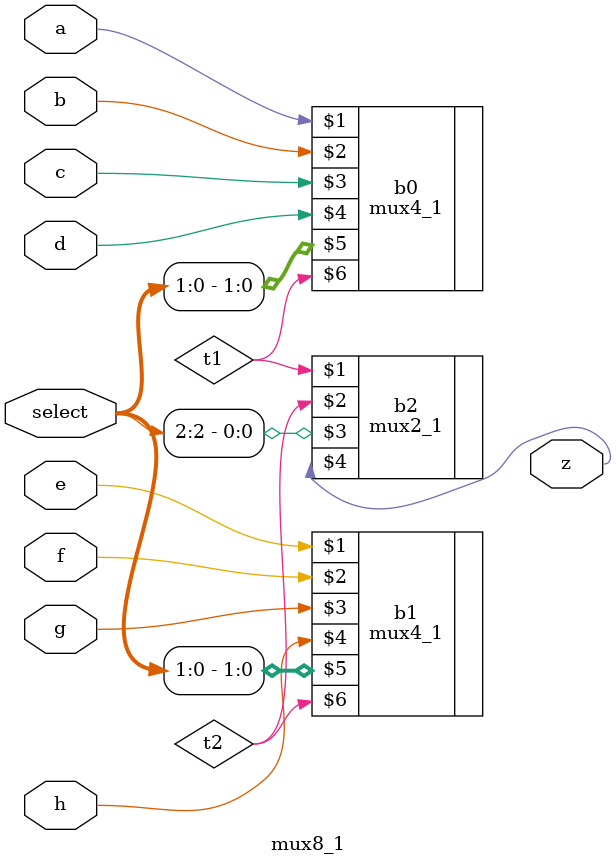
<source format=v>
`timescale 1ns / 1ps


module mux8_1(input wire a,b,c,d,e,f,g,h,input wire [2:0] select,output wire z);
wire t1,t2,t3;
mux4_1 b0(a,b,c,d,select[1:0],t1);
mux4_1 b1(e,f,g,h,select[1:0],t2);
mux2_1 b2(t1,t2,select[2],z);

endmodule

</source>
